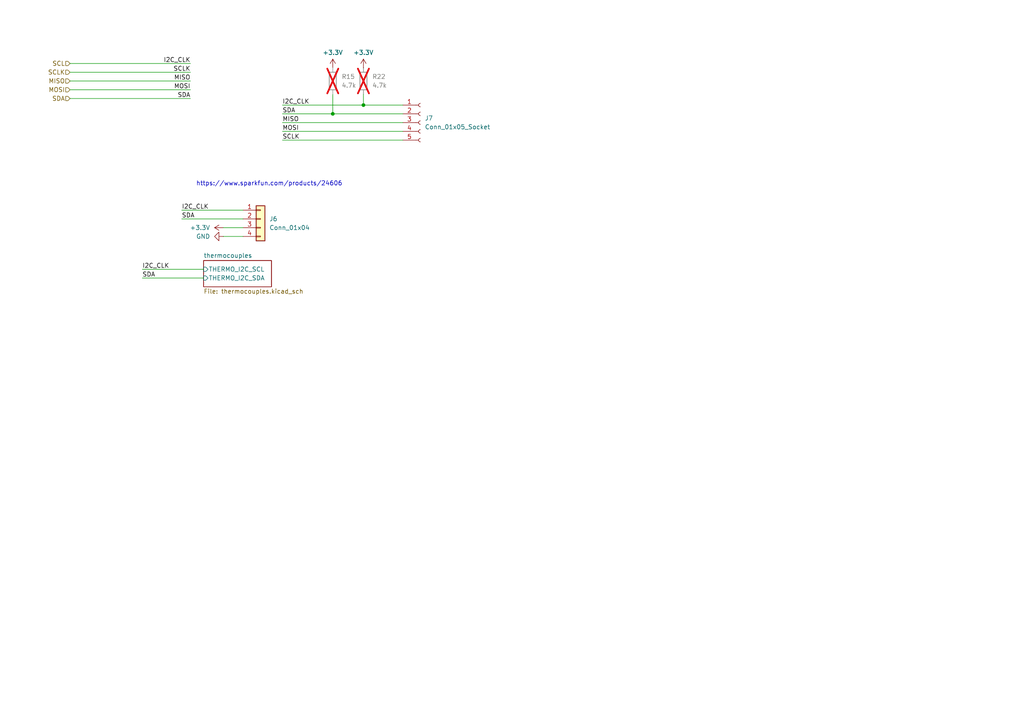
<source format=kicad_sch>
(kicad_sch (version 20231120) (generator "eeschema") (generator_version "8.0")
  (paper "A4")
  (lib_symbols
    (symbol "Connector:Conn_01x05_Socket" (pin_names (offset 1.016) hide)
      (property "Reference" "J" (at 0 7.62 0))
      (property "Value" "Conn_01x05_Socket" (at 0 -7.62 0))
      (symbol "Conn_01x05_Socket_1_1"
        (arc (start 0 -4.572) (mid -0.5058 -5.08) (end 0 -5.588) (stroke (width 0.1524)))
        (arc (start 0 -2.032) (mid -0.5058 -2.54) (end 0 -3.048) (stroke (width 0.1524)))
        (polyline (pts (xy -1.27 -5.08) (xy -0.508 -5.08)) (stroke (width 0.1524)))
        (polyline (pts (xy -1.27 -2.54) (xy -0.508 -2.54)) (stroke (width 0.1524)))
        (polyline (pts (xy -1.27 0) (xy -0.508 0)) (stroke (width 0.1524)))
        (polyline (pts (xy -1.27 2.54) (xy -0.508 2.54)) (stroke (width 0.1524)))
        (polyline (pts (xy -1.27 5.08) (xy -0.508 5.08)) (stroke (width 0.1524)))
        (arc (start 0 0.508) (mid -0.5058 0) (end 0 -0.508) (stroke (width 0.1524)))
        (arc (start 0 3.048) (mid -0.5058 2.54) (end 0 2.032) (stroke (width 0.1524)))
        (arc (start 0 5.588) (mid -0.5058 5.08) (end 0 4.572) (stroke (width 0.1524)))
        (pin passive line (at -5.08 5.08 0) (length 3.81) (name "Pin_1") (number "1"))
        (pin passive line (at -5.08 2.54 0) (length 3.81) (name "Pin_2") (number "2"))
        (pin passive line (at -5.08 0 0) (length 3.81) (name "Pin_3") (number "3"))
        (pin passive line (at -5.08 -2.54 0) (length 3.81) (name "Pin_4") (number "4"))
        (pin passive line (at -5.08 -5.08 0) (length 3.81) (name "Pin_5") (number "5"))
      )
    )
    (symbol "Connector_Generic:Conn_01x04" (pin_names (offset 1.016) hide)
      (property "Reference" "J" (at 0 5.08 0))
      (property "Value" "Conn_01x04" (at 0 -7.62 0))
      (symbol "Conn_01x04_1_1"
        (rectangle (start -1.27 -4.953) (end 0 -5.207) (stroke (width 0.1524)))
        (rectangle (start -1.27 -2.413) (end 0 -2.667) (stroke (width 0.1524)))
        (rectangle (start -1.27 0.127) (end 0 -0.127) (stroke (width 0.1524)))
        (rectangle (start -1.27 2.667) (end 0 2.413) (stroke (width 0.1524)))
        (rectangle (start -1.27 3.81) (end 1.27 -6.35) (stroke (width 0.254)) (fill (type background)))
        (pin passive line (at -5.08 2.54 0) (length 3.81) (name "Pin_1") (number "1"))
        (pin passive line (at -5.08 0 0) (length 3.81) (name "Pin_2") (number "2"))
        (pin passive line (at -5.08 -2.54 0) (length 3.81) (name "Pin_3") (number "3"))
        (pin passive line (at -5.08 -5.08 0) (length 3.81) (name "Pin_4") (number "4"))
      )
    )
    (symbol "Device:R" (pin_numbers hide) (pin_names (offset 0))
      (property "Reference" "R" (at 2.032 0 90))
      (property "Value" "R" (at 0 0 90))
      (symbol "R_0_1"
        (rectangle (start -1.016 -2.54) (end 1.016 2.54) (stroke (width 0.254)))
      )
      (symbol "R_1_1"
        (pin passive line (at 0 3.81 270) (length 1.27) (name "~") (number "1"))
        (pin passive line (at 0 -3.81 90) (length 1.27) (name "~") (number "2"))
      )
    )
    (symbol "power:+3.3V" (power) (pin_numbers hide) (pin_names (offset 0) hide)
      (property "Value" "+3.3V" (at 0 3.556 0))
      (symbol "+3.3V_0_1"
        (polyline (pts (xy -0.762 1.27) (xy 0 2.54)))
        (polyline (pts (xy 0 0) (xy 0 2.54)))
        (polyline (pts (xy 0 2.54) (xy 0.762 1.27)))
      )
      (symbol "+3.3V_1_1"
        (pin power_in line (at 0 0 90) (length 0) (name "~") (number "1"))
      )
    )
    (symbol "power:GND" (power) (pin_numbers hide) (pin_names (offset 0) hide)
      (property "Value" "GND" (at 0 -3.81 0))
      (symbol "GND_0_1"
        (polyline (pts (xy 0 0) (xy 0 -1.27) (xy 1.27 -1.27) (xy 0 -2.54) (xy -1.27 -1.27) (xy 0 -1.27)))
      )
      (symbol "GND_1_1"
        (pin power_in line (at 0 0 270) (length 0) (name "~") (number "1"))
      )
    )
  )
  (junction (at 105.41 30.48))
  (junction (at 96.52 33.02))
  (wire (pts (xy 64.77 66.04) (xy 70.485 66.04)))
  (wire (pts (xy 81.915 30.48) (xy 105.41 30.48)))
  (wire (pts (xy 105.41 30.48) (xy 116.84 30.48)))
  (wire (pts (xy 59.055 80.645) (xy 41.275 80.645)))
  (wire (pts (xy 52.705 60.96) (xy 70.485 60.96)))
  (wire (pts (xy 81.915 40.64) (xy 116.84 40.64)))
  (wire (pts (xy 20.32 26.035) (xy 55.245 26.035)))
  (wire (pts (xy 81.915 35.56) (xy 116.84 35.56)))
  (wire (pts (xy 81.915 38.1) (xy 116.84 38.1)))
  (wire (pts (xy 59.055 78.105) (xy 41.275 78.105)))
  (wire (pts (xy 20.32 18.415) (xy 55.245 18.415)))
  (wire (pts (xy 20.32 28.575) (xy 55.245 28.575)))
  (wire (pts (xy 20.32 20.955) (xy 55.245 20.955)))
  (wire (pts (xy 52.705 63.5) (xy 70.485 63.5)))
  (wire (pts (xy 96.52 33.02) (xy 116.84 33.02)))
  (wire (pts (xy 81.915 33.02) (xy 96.52 33.02)))
  (wire (pts (xy 20.32 23.495) (xy 55.245 23.495)))
  (wire (pts (xy 105.41 27.305) (xy 105.41 30.48)))
  (wire (pts (xy 64.77 68.58) (xy 70.485 68.58)))
  (wire (pts (xy 96.52 27.305) (xy 96.52 33.02)))
  (text_box "i put it as +-5v but if we can get a large enough bat we could do +-12 which gives the users alot more options\n\n\nalso might want decoupling for all of these\n\nchanging the power to be dip switches might also be an option\n\nnow only 8 digital interfaces might shrink them more\n\ncounter mux setup is staying for anymore I2C/SPI interfaces that we may need\n\nwe still may make this the case but i did not know how the spi clock and data would effect I2C devices\n//--i2c and spi are on the same nets to limit the amount of pins needed by the dsubs--\n" (at -40.005 19.685 0) (size 37.465 66.04) (effects (font (size 1.27 1.27)) (justify left top)))
  (text "https://www.sparkfun.com/products/24606\n" (at 78.105 53.34 0) (effects (font (size 1.27 1.27))))
  (label "MOSI" (at 81.915 38.1 0))
  (label "MISO" (at 81.915 35.56 0))
  (label "SCLK" (at 55.245 20.955 180))
  (label "MOSI" (at 55.245 26.035 180))
  (label "SCLK" (at 81.915 40.64 0))
  (label "I2C_CLK" (at 52.705 60.96 0))
  (label "I2C_CLK" (at 55.245 18.415 180))
  (label "I2C_CLK" (at 41.275 78.105 0))
  (label "SDA" (at 55.245 28.575 180))
  (label "I2C_CLK" (at 81.915 30.48 0))
  (label "SDA" (at 81.915 33.02 0))
  (label "SDA" (at 52.705 63.5 0))
  (label "MISO" (at 55.245 23.495 180))
  (label "SDA" (at 41.275 80.645 0))
  (hierarchical_label "SDA" (shape input) (at 20.32 28.575 180))
  (hierarchical_label "SCL" (shape input) (at 20.32 18.415 180))
  (hierarchical_label "SCLK" (shape input) (at 20.32 20.955 180))
  (hierarchical_label "MISO" (shape input) (at 20.32 23.495 180))
  (hierarchical_label "MOSI" (shape input) (at 20.32 26.035 180))
  (symbol (lib_id "power:+3.3V") (at 96.52 19.685 0) (unit 1)
    (property "Reference" "#PWR032" (effects (hide yes)))
    (property "Value" "+3.3V" (at 96.52 15.24 0))
    (property "Description" "Power symbol creates a global label with name \"+3.3V\"" (effects (hide yes)))
  )
  (symbol (lib_id "Connector_Generic:Conn_01x04") (at 75.565 63.5 0) (unit 1)
    (property "Reference" "J6" (at 78.105 63.4999 0) (effects (justify left)))
    (property "Value" "Conn_01x04" (at 78.105 66.0399 0) (effects (justify left)))
    (property "Footprint" "Connector_Molex:Molex_KK-254_AE-6410-04A_1x04_P2.54mm_Vertical" (effects (hide yes)))
    (property "Description" "Generic connector, single row, 01x04, script generated (kicad-library-utils/schlib/autogen/connector/)" (effects (hide yes)))
  )
  (symbol (lib_id "power:+3.3V") (at 64.77 66.04 90) (unit 1)
    (property "Reference" "#PWR027" (effects (hide yes)))
    (property "Value" "+3.3V" (at 60.96 66.0399 90) (effects (justify left)))
    (property "Description" "Power symbol creates a global label with name \"+3.3V\"" (effects (hide yes)))
  )
  (symbol (lib_id "Connector:Conn_01x05_Socket") (at 121.92 35.56 0) (unit 1)
    (property "Reference" "J7" (at 123.19 34.2899 0) (effects (justify left)))
    (property "Value" "Conn_01x05_Socket" (at 123.19 36.8299 0) (effects (justify left)))
    (property "Footprint" "Connector_PinHeader_2.54mm:PinHeader_1x05_P2.54mm_Vertical" (effects (hide yes)))
    (property "Description" "Generic connector, single row, 01x05, script generated" (effects (hide yes)))
  )
  (symbol (lib_id "power:+3.3V") (at 105.41 19.685 0) (unit 1)
    (property "Reference" "#PWR033" (effects (hide yes)))
    (property "Value" "+3.3V" (at 105.41 15.24 0))
    (property "Description" "Power symbol creates a global label with name \"+3.3V\"" (effects (hide yes)))
  )
  (symbol (lib_id "Device:R") (at 105.41 23.495 0) (unit 1) (dnp yes)
    (property "Reference" "R22" (at 107.95 22.2249 0) (effects (justify left)))
    (property "Value" "4.7k" (at 107.95 24.7649 0) (effects (justify left)))
    (property "Footprint" "Resistor_SMD:R_0603_1608Metric_Pad0.98x0.95mm_HandSolder" (effects (hide yes)))
    (property "Description" "Resistor" (effects (hide yes)))
  )
  (symbol (lib_id "Device:R") (at 96.52 23.495 0) (unit 1) (dnp yes)
    (property "Reference" "R15" (at 99.06 22.2249 0) (effects (justify left)))
    (property "Value" "4.7k" (at 99.06 24.7649 0) (effects (justify left)))
    (property "Footprint" "Resistor_SMD:R_0603_1608Metric_Pad0.98x0.95mm_HandSolder" (effects (hide yes)))
    (property "Description" "Resistor" (effects (hide yes)))
  )
  (symbol (lib_id "power:GND") (at 64.77 68.58 270) (unit 1)
    (property "Reference" "#PWR028" (effects (hide yes)))
    (property "Value" "GND" (at 60.96 68.5799 90) (effects (justify right)))
    (property "Description" "Power symbol creates a global label with name \"GND\" , ground" (effects (hide yes)))
  )
  (sheet (at 59.055 75.565) (size 19.685 7.62) (stroke (width 0.1524))
    (property "Sheetname" "thermocouples" (at 59.055 74.8534 0) (effects (justify left bottom)))
    (property "Sheetfile" "thermocouples.kicad_sch" (at 59.055 83.7696 0) (effects (justify left top)))
    (pin "THERMO_I2C_SDA" input (at 59.055 80.645 180))
    (pin "THERMO_I2C_SCL" input (at 59.055 78.105 180))
  )
)
</source>
